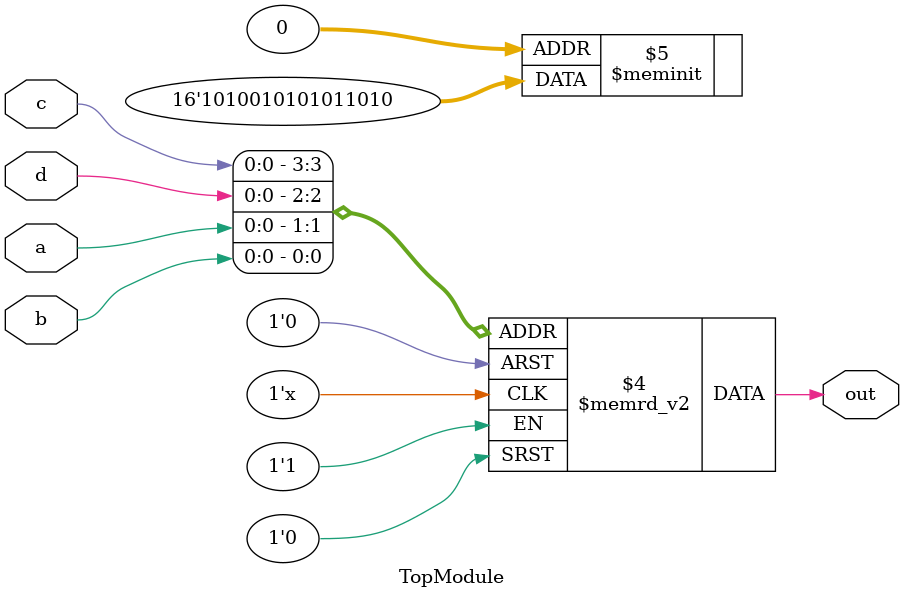
<source format=sv>
module TopModule (
    input  logic a,
    input  logic b,
    input  logic c,
    input  logic d,
    output logic out
);

    always @(*) begin
        case ({c, d, a, b})
            4'b0001, 4'b0011, 4'b0100, 4'b0110, 
            4'b1000, 4'b1010, 4'b1101, 4'b1111: out = 1'b1;
            default: out = 1'b0;
        endcase
    end

endmodule
</source>
